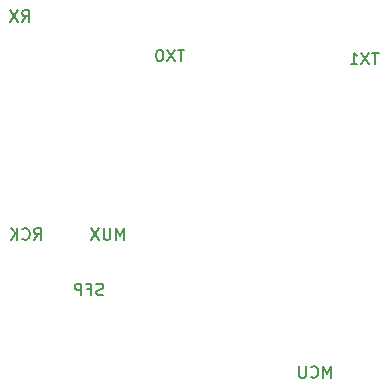
<source format=gbr>
%TF.GenerationSoftware,KiCad,Pcbnew,(5.1.7-0-10_14)*%
%TF.CreationDate,2021-07-25T17:44:21+03:00*%
%TF.ProjectId,sdisfp,73646973-6670-42e6-9b69-6361645f7063,rev?*%
%TF.SameCoordinates,Original*%
%TF.FileFunction,Legend,Bot*%
%TF.FilePolarity,Positive*%
%FSLAX46Y46*%
G04 Gerber Fmt 4.6, Leading zero omitted, Abs format (unit mm)*
G04 Created by KiCad (PCBNEW (5.1.7-0-10_14)) date 2021-07-25 17:44:21*
%MOMM*%
%LPD*%
G01*
G04 APERTURE LIST*
%ADD10C,0.150000*%
G04 APERTURE END LIST*
%TO.C,L102*%
D10*
X76568133Y-96464380D02*
X76568133Y-95464380D01*
X76234800Y-96178666D01*
X75901466Y-95464380D01*
X75901466Y-96464380D01*
X75425276Y-95464380D02*
X75425276Y-96273904D01*
X75377657Y-96369142D01*
X75330038Y-96416761D01*
X75234800Y-96464380D01*
X75044323Y-96464380D01*
X74949085Y-96416761D01*
X74901466Y-96369142D01*
X74853847Y-96273904D01*
X74853847Y-95464380D01*
X74472895Y-95464380D02*
X73806228Y-96464380D01*
X73806228Y-95464380D02*
X74472895Y-96464380D01*
%TO.C,L103*%
X98139095Y-80605380D02*
X97567666Y-80605380D01*
X97853380Y-81605380D02*
X97853380Y-80605380D01*
X97329571Y-80605380D02*
X96662904Y-81605380D01*
X96662904Y-80605380D02*
X97329571Y-81605380D01*
X95758142Y-81605380D02*
X96329571Y-81605380D01*
X96043857Y-81605380D02*
X96043857Y-80605380D01*
X96139095Y-80748238D01*
X96234333Y-80843476D01*
X96329571Y-80891095D01*
%TO.C,L101*%
X68965676Y-96464380D02*
X69299009Y-95988190D01*
X69537104Y-96464380D02*
X69537104Y-95464380D01*
X69156152Y-95464380D01*
X69060914Y-95512000D01*
X69013295Y-95559619D01*
X68965676Y-95654857D01*
X68965676Y-95797714D01*
X69013295Y-95892952D01*
X69060914Y-95940571D01*
X69156152Y-95988190D01*
X69537104Y-95988190D01*
X67965676Y-96369142D02*
X68013295Y-96416761D01*
X68156152Y-96464380D01*
X68251390Y-96464380D01*
X68394247Y-96416761D01*
X68489485Y-96321523D01*
X68537104Y-96226285D01*
X68584723Y-96035809D01*
X68584723Y-95892952D01*
X68537104Y-95702476D01*
X68489485Y-95607238D01*
X68394247Y-95512000D01*
X68251390Y-95464380D01*
X68156152Y-95464380D01*
X68013295Y-95512000D01*
X67965676Y-95559619D01*
X67537104Y-96464380D02*
X67537104Y-95464380D01*
X66965676Y-96464380D02*
X67394247Y-95892952D01*
X66965676Y-95464380D02*
X67537104Y-96035809D01*
%TO.C,L7*%
X81692595Y-80351380D02*
X81121166Y-80351380D01*
X81406880Y-81351380D02*
X81406880Y-80351380D01*
X80883071Y-80351380D02*
X80216404Y-81351380D01*
X80216404Y-80351380D02*
X80883071Y-81351380D01*
X79644976Y-80351380D02*
X79549738Y-80351380D01*
X79454500Y-80399000D01*
X79406880Y-80446619D01*
X79359261Y-80541857D01*
X79311642Y-80732333D01*
X79311642Y-80970428D01*
X79359261Y-81160904D01*
X79406880Y-81256142D01*
X79454500Y-81303761D01*
X79549738Y-81351380D01*
X79644976Y-81351380D01*
X79740214Y-81303761D01*
X79787833Y-81256142D01*
X79835452Y-81160904D01*
X79883071Y-80970428D01*
X79883071Y-80732333D01*
X79835452Y-80541857D01*
X79787833Y-80446619D01*
X79740214Y-80399000D01*
X79644976Y-80351380D01*
%TO.C,L6*%
X74810785Y-101115761D02*
X74667928Y-101163380D01*
X74429833Y-101163380D01*
X74334595Y-101115761D01*
X74286976Y-101068142D01*
X74239357Y-100972904D01*
X74239357Y-100877666D01*
X74286976Y-100782428D01*
X74334595Y-100734809D01*
X74429833Y-100687190D01*
X74620309Y-100639571D01*
X74715547Y-100591952D01*
X74763166Y-100544333D01*
X74810785Y-100449095D01*
X74810785Y-100353857D01*
X74763166Y-100258619D01*
X74715547Y-100211000D01*
X74620309Y-100163380D01*
X74382214Y-100163380D01*
X74239357Y-100211000D01*
X73477452Y-100639571D02*
X73810785Y-100639571D01*
X73810785Y-101163380D02*
X73810785Y-100163380D01*
X73334595Y-100163380D01*
X72953642Y-101163380D02*
X72953642Y-100163380D01*
X72572690Y-100163380D01*
X72477452Y-100211000D01*
X72429833Y-100258619D01*
X72382214Y-100353857D01*
X72382214Y-100496714D01*
X72429833Y-100591952D01*
X72477452Y-100639571D01*
X72572690Y-100687190D01*
X72953642Y-100687190D01*
%TO.C,L5*%
X67933866Y-78023980D02*
X68267200Y-77547790D01*
X68505295Y-78023980D02*
X68505295Y-77023980D01*
X68124342Y-77023980D01*
X68029104Y-77071600D01*
X67981485Y-77119219D01*
X67933866Y-77214457D01*
X67933866Y-77357314D01*
X67981485Y-77452552D01*
X68029104Y-77500171D01*
X68124342Y-77547790D01*
X68505295Y-77547790D01*
X67600533Y-77023980D02*
X66933866Y-78023980D01*
X66933866Y-77023980D02*
X67600533Y-78023980D01*
%TO.C,L4*%
X94117942Y-108148380D02*
X94117942Y-107148380D01*
X93784609Y-107862666D01*
X93451276Y-107148380D01*
X93451276Y-108148380D01*
X92403657Y-108053142D02*
X92451276Y-108100761D01*
X92594133Y-108148380D01*
X92689371Y-108148380D01*
X92832228Y-108100761D01*
X92927466Y-108005523D01*
X92975085Y-107910285D01*
X93022704Y-107719809D01*
X93022704Y-107576952D01*
X92975085Y-107386476D01*
X92927466Y-107291238D01*
X92832228Y-107196000D01*
X92689371Y-107148380D01*
X92594133Y-107148380D01*
X92451276Y-107196000D01*
X92403657Y-107243619D01*
X91975085Y-107148380D02*
X91975085Y-107957904D01*
X91927466Y-108053142D01*
X91879847Y-108100761D01*
X91784609Y-108148380D01*
X91594133Y-108148380D01*
X91498895Y-108100761D01*
X91451276Y-108053142D01*
X91403657Y-107957904D01*
X91403657Y-107148380D01*
%TD*%
M02*

</source>
